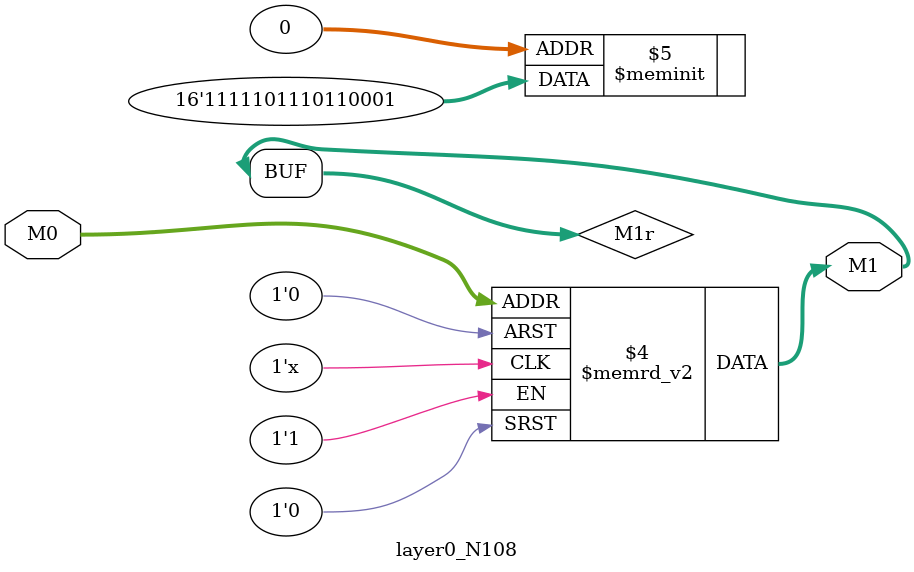
<source format=v>
module layer0_N108 ( input [2:0] M0, output [1:0] M1 );

	(*rom_style = "distributed" *) reg [1:0] M1r;
	assign M1 = M1r;
	always @ (M0) begin
		case (M0)
			3'b000: M1r = 2'b01;
			3'b100: M1r = 2'b11;
			3'b010: M1r = 2'b11;
			3'b110: M1r = 2'b11;
			3'b001: M1r = 2'b00;
			3'b101: M1r = 2'b10;
			3'b011: M1r = 2'b10;
			3'b111: M1r = 2'b11;

		endcase
	end
endmodule

</source>
